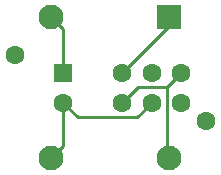
<source format=gtl>
G04 #@! TF.GenerationSoftware,KiCad,Pcbnew,6.0.1-79c1e3a40b~116~ubuntu20.04.1*
G04 #@! TF.CreationDate,2022-01-30T07:26:50-05:00*
G04 #@! TF.ProjectId,herovco_switch,6865726f-7663-46f5-9f73-77697463682e,rev?*
G04 #@! TF.SameCoordinates,Original*
G04 #@! TF.FileFunction,Copper,L1,Top*
G04 #@! TF.FilePolarity,Positive*
%FSLAX46Y46*%
G04 Gerber Fmt 4.6, Leading zero omitted, Abs format (unit mm)*
G04 Created by KiCad (PCBNEW 6.0.1-79c1e3a40b~116~ubuntu20.04.1) date 2022-01-30 07:26:50*
%MOMM*%
%LPD*%
G01*
G04 APERTURE LIST*
G04 Aperture macros list*
%AMRoundRect*
0 Rectangle with rounded corners*
0 $1 Rounding radius*
0 $2 $3 $4 $5 $6 $7 $8 $9 X,Y pos of 4 corners*
0 Add a 4 corners polygon primitive as box body*
4,1,4,$2,$3,$4,$5,$6,$7,$8,$9,$2,$3,0*
0 Add four circle primitives for the rounded corners*
1,1,$1+$1,$2,$3*
1,1,$1+$1,$4,$5*
1,1,$1+$1,$6,$7*
1,1,$1+$1,$8,$9*
0 Add four rect primitives between the rounded corners*
20,1,$1+$1,$2,$3,$4,$5,0*
20,1,$1+$1,$4,$5,$6,$7,0*
20,1,$1+$1,$6,$7,$8,$9,0*
20,1,$1+$1,$8,$9,$2,$3,0*%
G04 Aperture macros list end*
G04 #@! TA.AperFunction,ComponentPad*
%ADD10RoundRect,0.250001X-0.799999X-0.799999X0.799999X-0.799999X0.799999X0.799999X-0.799999X0.799999X0*%
G04 #@! TD*
G04 #@! TA.AperFunction,ComponentPad*
%ADD11C,2.100000*%
G04 #@! TD*
G04 #@! TA.AperFunction,WasherPad*
%ADD12C,1.600000*%
G04 #@! TD*
G04 #@! TA.AperFunction,ComponentPad*
%ADD13R,1.600000X1.600000*%
G04 #@! TD*
G04 #@! TA.AperFunction,ComponentPad*
%ADD14C,1.600000*%
G04 #@! TD*
G04 #@! TA.AperFunction,Conductor*
%ADD15C,0.250000*%
G04 #@! TD*
G04 APERTURE END LIST*
D10*
G04 #@! TO.P,J13,1,Pin_1*
G04 #@! TO.N,Board_0-/Octave and sync switches/SYNCA_P*
X154999999Y-94499999D03*
G04 #@! TD*
D11*
G04 #@! TO.P,J14,1,Pin_1*
G04 #@! TO.N,Board_0-/Octave and sync switches/SOFT_SYNCA_P*
X154999999Y-106499999D03*
G04 #@! TD*
D12*
G04 #@! TO.P,SW2,*
G04 #@! TO.N,*
X158138199Y-103320399D03*
X141938199Y-97720399D03*
D13*
G04 #@! TO.P,SW2,1,1*
G04 #@! TO.N,Board_0-/Octave and sync switches/HARD_SYNCA_P*
X146038199Y-99270399D03*
D14*
G04 #@! TO.P,SW2,2,2*
G04 #@! TO.N,Board_0-/Octave and sync switches/SYNCA_P*
X151038199Y-99270399D03*
G04 #@! TO.P,SW2,3,3*
G04 #@! TO.N,Board_0-unconnected-(SW2-Pad3)*
X153538199Y-99270399D03*
G04 #@! TO.P,SW2,4,4*
G04 #@! TO.N,Board_0-/Octave and sync switches/SOFT_SYNCA_P*
X156038199Y-99270399D03*
G04 #@! TO.P,SW2,5,5*
G04 #@! TO.N,Board_0-/Octave and sync switches/SOFT_SYNC_OFF_P*
X146038199Y-101770399D03*
G04 #@! TO.P,SW2,6,6*
G04 #@! TO.N,Board_0-/Octave and sync switches/SOFT_SYNCA_P*
X151038199Y-101770399D03*
G04 #@! TO.P,SW2,7,7*
G04 #@! TO.N,Board_0-/Octave and sync switches/SOFT_SYNC_OFF_P*
X153538199Y-101770399D03*
G04 #@! TO.P,SW2,8,8*
G04 #@! TO.N,Board_0-unconnected-(SW2-Pad8)*
X156038199Y-101770399D03*
G04 #@! TD*
D11*
G04 #@! TO.P,J16,1,Pin_1*
G04 #@! TO.N,Board_0-/Octave and sync switches/HARD_SYNCA_P*
X144999999Y-94499999D03*
G04 #@! TD*
G04 #@! TO.P,J15,1,Pin_1*
G04 #@! TO.N,Board_0-/Octave and sync switches/SOFT_SYNC_OFF_P*
X144999999Y-106499999D03*
G04 #@! TD*
D15*
G04 #@! TO.N,Board_0-/Octave and sync switches/HARD_SYNCA_P*
X144999999Y-94499999D02*
X146038199Y-95538199D01*
X146038199Y-95538199D02*
X146038199Y-99270399D01*
G04 #@! TO.N,Board_0-/Octave and sync switches/SOFT_SYNCA_P*
X154851999Y-106351999D02*
X154999999Y-106499999D01*
X154851999Y-100456599D02*
X156038199Y-99270399D01*
X152351999Y-100456599D02*
X154851999Y-100456599D01*
X154851999Y-100456599D02*
X154851999Y-106351999D01*
X151038199Y-101770399D02*
X152351999Y-100456599D01*
G04 #@! TO.N,Board_0-/Octave and sync switches/SOFT_SYNC_OFF_P*
X144999999Y-106499999D02*
X146038199Y-105461799D01*
X152285599Y-103022999D02*
X153538199Y-101770399D01*
X147290799Y-103022999D02*
X152285599Y-103022999D01*
X146038199Y-101770399D02*
X147290799Y-103022999D01*
X146038199Y-105461799D02*
X146038199Y-101770399D01*
G04 #@! TO.N,Board_0-/Octave and sync switches/SYNCA_P*
X154999999Y-95308599D02*
X151038199Y-99270399D01*
X154999999Y-94499999D02*
X154999999Y-95308599D01*
G04 #@! TD*
M02*

</source>
